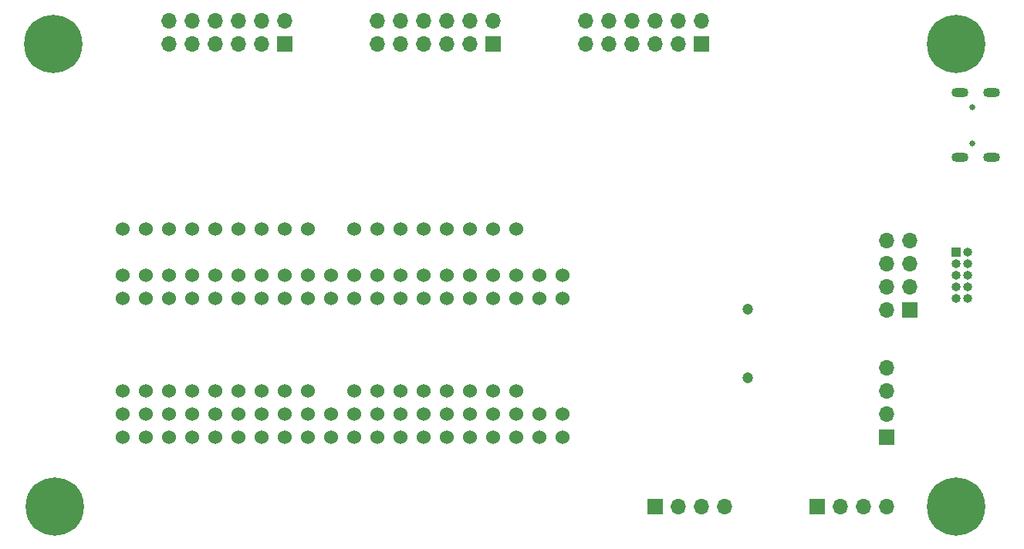
<source format=gbr>
%TF.GenerationSoftware,KiCad,Pcbnew,5.1.10*%
%TF.CreationDate,2021-12-30T14:01:41+01:00*%
%TF.ProjectId,ucdev_board,75636465-765f-4626-9f61-72642e6b6963,rev?*%
%TF.SameCoordinates,Original*%
%TF.FileFunction,Soldermask,Bot*%
%TF.FilePolarity,Negative*%
%FSLAX46Y46*%
G04 Gerber Fmt 4.6, Leading zero omitted, Abs format (unit mm)*
G04 Created by KiCad (PCBNEW 5.1.10) date 2021-12-30 14:01:41*
%MOMM*%
%LPD*%
G01*
G04 APERTURE LIST*
%ADD10O,1.700000X1.700000*%
%ADD11R,1.700000X1.700000*%
%ADD12O,1.000000X1.000000*%
%ADD13R,1.000000X1.000000*%
%ADD14C,0.650000*%
%ADD15O,1.850000X1.050000*%
%ADD16C,1.200000*%
%ADD17C,1.524000*%
%ADD18C,0.800000*%
%ADD19C,6.400000*%
G04 APERTURE END LIST*
D10*
%TO.C,J4*%
X149860000Y-81280000D03*
X147320000Y-81280000D03*
X144780000Y-81280000D03*
D11*
X142240000Y-81280000D03*
%TD*%
D10*
%TO.C,J1*%
X132080000Y-81280000D03*
X129540000Y-81280000D03*
X127000000Y-81280000D03*
D11*
X124460000Y-81280000D03*
%TD*%
D12*
%TO.C,J5*%
X158750000Y-58420000D03*
X157480000Y-58420000D03*
X158750000Y-57150000D03*
X157480000Y-57150000D03*
X158750000Y-55880000D03*
X157480000Y-55880000D03*
X158750000Y-54610000D03*
X157480000Y-54610000D03*
X158750000Y-53340000D03*
D13*
X157480000Y-53340000D03*
%TD*%
D10*
%TO.C,J3*%
X149860000Y-52070000D03*
X152400000Y-52070000D03*
X149860000Y-54610000D03*
X152400000Y-54610000D03*
X149860000Y-57150000D03*
X152400000Y-57150000D03*
X149860000Y-59690000D03*
D11*
X152400000Y-59690000D03*
%TD*%
D14*
%TO.C,J8*%
X159220000Y-41370000D03*
X159220000Y-37370000D03*
D15*
X157900000Y-35820000D03*
X157900000Y-42945000D03*
X161350000Y-42945000D03*
X161350000Y-35795000D03*
%TD*%
D16*
%TO.C,BT1*%
X134620000Y-59600000D03*
X134620000Y-67100000D03*
%TD*%
D17*
%TO.C,U2*%
X66040000Y-58420000D03*
X68580000Y-58420000D03*
X71120000Y-58420000D03*
X73660000Y-58420000D03*
X76200000Y-58420000D03*
X78740000Y-58420000D03*
X81280000Y-58420000D03*
X83820000Y-58420000D03*
X86360000Y-58420000D03*
X88900000Y-58420000D03*
X91440000Y-58420000D03*
X93980000Y-58420000D03*
X96520000Y-58420000D03*
X99060000Y-58420000D03*
X101600000Y-58420000D03*
X104140000Y-58420000D03*
X106680000Y-58420000D03*
X109220000Y-58420000D03*
X111760000Y-58420000D03*
X114300000Y-58420000D03*
X114300000Y-73660000D03*
X111760000Y-73660000D03*
X109220000Y-73660000D03*
X106680000Y-73660000D03*
X104140000Y-73660000D03*
X101600000Y-73660000D03*
X99060000Y-73660000D03*
X96520000Y-73660000D03*
X93980000Y-73660000D03*
X91440000Y-73660000D03*
X88900000Y-73660000D03*
X86360000Y-73660000D03*
X83820000Y-73660000D03*
X81280000Y-73660000D03*
X78740000Y-73660000D03*
X76200000Y-73660000D03*
X73660000Y-73660000D03*
X71120000Y-73660000D03*
X68580000Y-73660000D03*
X66040000Y-73660000D03*
%TD*%
D18*
%TO.C,H4*%
X159177056Y-79582944D03*
X157480000Y-78880000D03*
X155782944Y-79582944D03*
X155080000Y-81280000D03*
X155782944Y-82977056D03*
X157480000Y-83680000D03*
X159177056Y-82977056D03*
X159880000Y-81280000D03*
D19*
X157480000Y-81280000D03*
%TD*%
D18*
%TO.C,H3*%
X60257056Y-79582944D03*
X58560000Y-78880000D03*
X56862944Y-79582944D03*
X56160000Y-81280000D03*
X56862944Y-82977056D03*
X58560000Y-83680000D03*
X60257056Y-82977056D03*
X60960000Y-81280000D03*
D19*
X58560000Y-81280000D03*
%TD*%
D18*
%TO.C,H2*%
X159177056Y-28782944D03*
X157480000Y-28080000D03*
X155782944Y-28782944D03*
X155080000Y-30480000D03*
X155782944Y-32177056D03*
X157480000Y-32880000D03*
X159177056Y-32177056D03*
X159880000Y-30480000D03*
D19*
X157480000Y-30480000D03*
%TD*%
D18*
%TO.C,H1*%
X60117056Y-28782944D03*
X58420000Y-28080000D03*
X56722944Y-28782944D03*
X56020000Y-30480000D03*
X56722944Y-32177056D03*
X58420000Y-32880000D03*
X60117056Y-32177056D03*
X60820000Y-30480000D03*
D19*
X58420000Y-30480000D03*
%TD*%
D10*
%TO.C,PMOD4*%
X116840000Y-27940000D03*
X116840000Y-30480000D03*
X119380000Y-27940000D03*
X119380000Y-30480000D03*
X121920000Y-27940000D03*
X121920000Y-30480000D03*
X124460000Y-27940000D03*
X124460000Y-30480000D03*
X127000000Y-27940000D03*
X127000000Y-30480000D03*
X129540000Y-27940000D03*
D11*
X129540000Y-30480000D03*
%TD*%
D10*
%TO.C,PMOD3*%
X93980000Y-27940000D03*
X93980000Y-30480000D03*
X96520000Y-27940000D03*
X96520000Y-30480000D03*
X99060000Y-27940000D03*
X99060000Y-30480000D03*
X101600000Y-27940000D03*
X101600000Y-30480000D03*
X104140000Y-27940000D03*
X104140000Y-30480000D03*
X106680000Y-27940000D03*
D11*
X106680000Y-30480000D03*
%TD*%
D10*
%TO.C,PMOD2*%
X71120000Y-27940000D03*
X71120000Y-30480000D03*
X73660000Y-27940000D03*
X73660000Y-30480000D03*
X76200000Y-27940000D03*
X76200000Y-30480000D03*
X78740000Y-27940000D03*
X78740000Y-30480000D03*
X81280000Y-27940000D03*
X81280000Y-30480000D03*
X83820000Y-27940000D03*
D11*
X83820000Y-30480000D03*
%TD*%
D10*
%TO.C,J2*%
X149860000Y-66040000D03*
X149860000Y-68580000D03*
X149860000Y-71120000D03*
D11*
X149860000Y-73660000D03*
%TD*%
D17*
%TO.C,U3*%
X66040000Y-50800000D03*
X68580000Y-50800000D03*
X71120000Y-50800000D03*
X73660000Y-50800000D03*
X76200000Y-50800000D03*
X78740000Y-50800000D03*
X81280000Y-50800000D03*
X83820000Y-50800000D03*
X86360000Y-50800000D03*
X91440000Y-50800000D03*
X93980000Y-50800000D03*
X96520000Y-50800000D03*
X99060000Y-50800000D03*
X101600000Y-50800000D03*
X104140000Y-50800000D03*
X106680000Y-50800000D03*
X109220000Y-50800000D03*
X109220000Y-68580000D03*
X106680000Y-68580000D03*
X101600000Y-68580000D03*
X99060000Y-68580000D03*
X96520000Y-68580000D03*
X93980000Y-68580000D03*
X91440000Y-68580000D03*
X86360000Y-68580000D03*
X83820000Y-68580000D03*
X81280000Y-68580000D03*
X78740000Y-68580000D03*
X76200000Y-68580000D03*
X73660000Y-68580000D03*
X71120000Y-68580000D03*
X68580000Y-68580000D03*
X66040000Y-68580000D03*
X104140000Y-68580000D03*
%TD*%
%TO.C,U1*%
X66040000Y-55880000D03*
X68580000Y-55880000D03*
X71120000Y-55880000D03*
X73660000Y-55880000D03*
X76200000Y-55880000D03*
X78740000Y-55880000D03*
X81280000Y-55880000D03*
X83820000Y-55880000D03*
X86360000Y-55880000D03*
X88900000Y-55880000D03*
X91440000Y-55880000D03*
X93980000Y-55880000D03*
X96520000Y-55880000D03*
X99060000Y-55880000D03*
X101600000Y-55880000D03*
X104140000Y-55880000D03*
X106680000Y-55880000D03*
X109220000Y-55880000D03*
X111760000Y-55880000D03*
X114300000Y-55880000D03*
X114300000Y-71120000D03*
X111760000Y-71120000D03*
X109220000Y-71120000D03*
X106680000Y-71120000D03*
X104140000Y-71120000D03*
X101600000Y-71120000D03*
X99060000Y-71120000D03*
X96520000Y-71120000D03*
X93980000Y-71120000D03*
X91440000Y-71120000D03*
X88900000Y-71120000D03*
X86360000Y-71120000D03*
X83820000Y-71120000D03*
X81280000Y-71120000D03*
X78740000Y-71120000D03*
X76200000Y-71120000D03*
X73660000Y-71120000D03*
X71120000Y-71120000D03*
X68580000Y-71120000D03*
X66040000Y-71120000D03*
%TD*%
M02*

</source>
